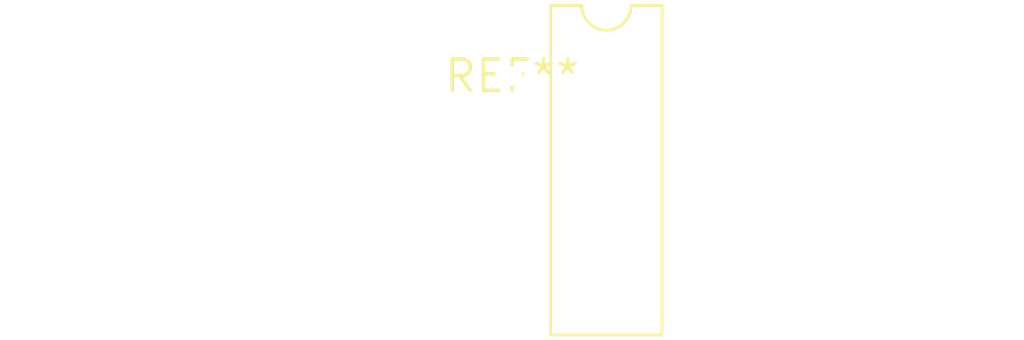
<source format=kicad_pcb>
(kicad_pcb (version 20240108) (generator pcbnew)
  (layers (0 "F.Cu" signal) (31 "B.Cu" signal) (34 "B.Paste" user) (35 "F.Paste" user) (36 "B.SilkS" user "B.Silkscreen") (37 "F.SilkS" user "F.Silkscreen") (38 "B.Mask" user) (39 "F.Mask" user) (44 "Edge.Cuts" user))
  (net 0 "")
  (footprint "CERDIP-8_W7.62mm_SideBrazed_LongPads" (layer "F.Cu") (at 0 0)
    (property "Reference" "REF**")
    (property "Value" "CERDIP-8_W7.62mm_SideBrazed_LongPads")
    (fp_line (start 1.56 -2.855) (end 1.56 10.475) (layer "F.SilkS") (stroke (width 0.12)))
    (fp_line (start 1.56 10.475) (end 6.06 10.475) (layer "F.SilkS") (stroke (width 0.12)))
    (fp_line (start 2.81 -2.855) (end 1.56 -2.855) (layer "F.SilkS") (stroke (width 0.12)))
    (fp_line (start 6.06 -2.855) (end 4.81 -2.855) (layer "F.SilkS") (stroke (width 0.12)))
    (fp_line (start 6.06 10.475) (end 6.06 -2.855) (layer "F.SilkS") (stroke (width 0.12)))
    (fp_arc (start 4.81 -2.855) (mid 3.81 -1.855) (end 2.81 -2.855) (layer "F.SilkS") (stroke (width 0.12)))
    (pad "1" thru_hole rect (at 0 0) (size 2.4 1.6) (drill 0.8) (layers *.Cu *.Mask) (remove_unused_layers))
    (pad "2" thru_hole oval (at 0 2.54) (size 2.4 1.6) (drill 0.8) (layers *.Cu *.Mask) (remove_unused_layers))
    (pad "3" thru_hole oval (at 0 5.08) (size 2.4 1.6) (drill 0.8) (layers *.Cu *.Mask) (remove_unused_layers))
    (pad "4" thru_hole oval (at 0 7.62) (size 2.4 1.6) (drill 0.8) (layers *.Cu *.Mask) (remove_unused_layers))
    (pad "5" thru_hole oval (at 7.62 7.62) (size 2.4 1.6) (drill 0.8) (layers *.Cu *.Mask) (remove_unused_layers))
    (pad "6" thru_hole oval (at 7.62 5.08) (size 2.4 1.6) (drill 0.8) (layers *.Cu *.Mask) (remove_unused_layers))
    (pad "7" thru_hole oval (at 7.62 2.54) (size 2.4 1.6) (drill 0.8) (layers *.Cu *.Mask) (remove_unused_layers))
    (pad "8" thru_hole oval (at 7.62 0) (size 2.4 1.6) (drill 0.8) (layers *.Cu *.Mask) (remove_unused_layers))
  )
)
</source>
